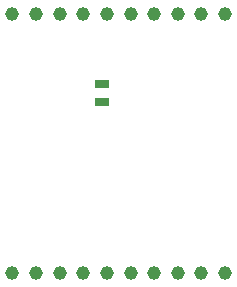
<source format=gts>
G04 (created by PCBNEW (22-Jun-2014 BZR 4027)-stable) date Sun 21 Feb 2016 08:37:06 PM EET*
%MOIN*%
G04 Gerber Fmt 3.4, Leading zero omitted, Abs format*
%FSLAX34Y34*%
G01*
G70*
G90*
G04 APERTURE LIST*
%ADD10C,0.00590551*%
%ADD11R,0.045X0.025*%
%ADD12C,0.0452756*%
G04 APERTURE END LIST*
G54D10*
G54D11*
X65236Y-41629D03*
X65236Y-42229D03*
G54D12*
X69342Y-39271D03*
X68555Y-39271D03*
X67767Y-39271D03*
X66980Y-39271D03*
X66192Y-39271D03*
X65405Y-39271D03*
X64618Y-39271D03*
X63830Y-39271D03*
X63043Y-39271D03*
X62255Y-39271D03*
X69342Y-47933D03*
X68555Y-47933D03*
X67767Y-47933D03*
X66980Y-47933D03*
X66192Y-47933D03*
X65405Y-47933D03*
X64618Y-47933D03*
X63830Y-47933D03*
X63043Y-47933D03*
X62255Y-47933D03*
M02*

</source>
